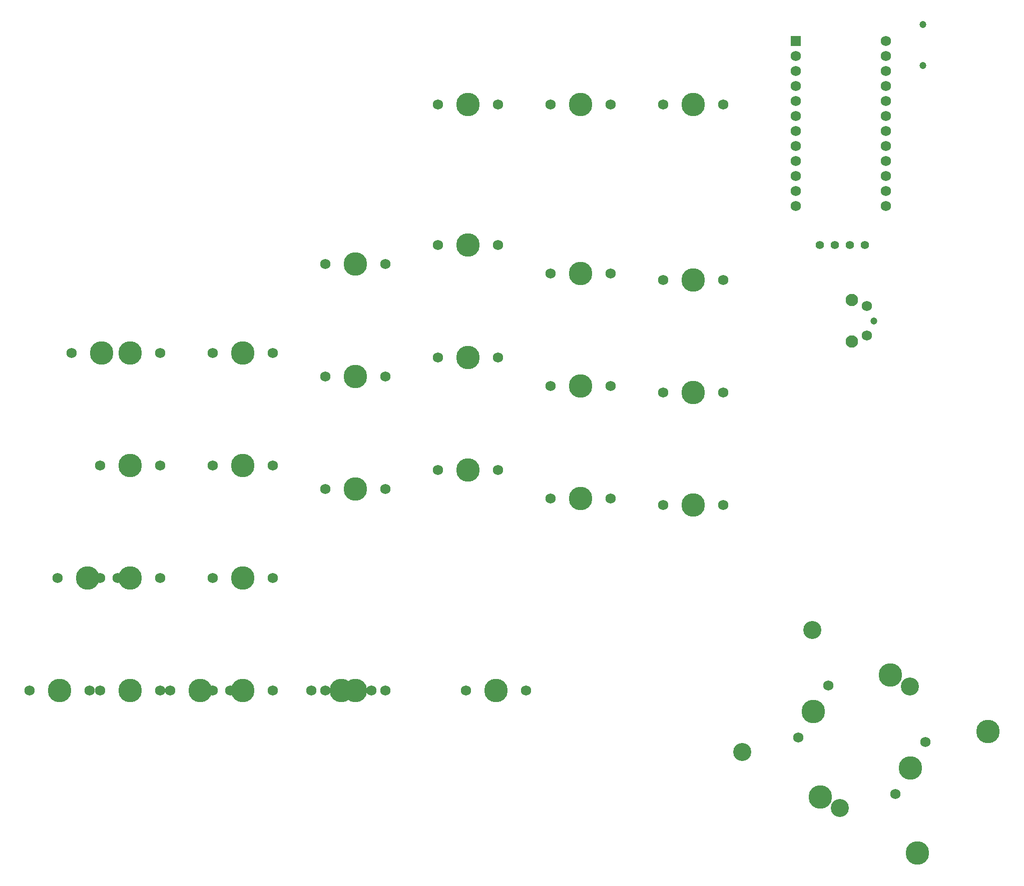
<source format=gts>
G04 #@! TF.GenerationSoftware,KiCad,Pcbnew,5.1.10*
G04 #@! TF.CreationDate,2022-03-09T15:21:35-05:00*
G04 #@! TF.ProjectId,bourbondox2_left,626f7572-626f-46e6-946f-78325f6c6566,rev?*
G04 #@! TF.SameCoordinates,Original*
G04 #@! TF.FileFunction,Soldermask,Top*
G04 #@! TF.FilePolarity,Negative*
%FSLAX46Y46*%
G04 Gerber Fmt 4.6, Leading zero omitted, Abs format (unit mm)*
G04 Created by KiCad (PCBNEW 5.1.10) date 2022-03-09 15:21:35*
%MOMM*%
%LPD*%
G01*
G04 APERTURE LIST*
%ADD10C,3.987800*%
%ADD11C,1.750000*%
%ADD12C,3.048000*%
%ADD13C,1.752600*%
%ADD14R,1.752600X1.752600*%
%ADD15C,1.200000*%
%ADD16C,2.100000*%
%ADD17C,1.397000*%
G04 APERTURE END LIST*
D10*
G04 #@! TO.C,MX42_2*
X145239290Y-132561100D03*
D11*
X140159290Y-132561100D03*
X150319290Y-132561100D03*
G04 #@! TD*
D10*
G04 #@! TO.C,MX41_2*
X121426790Y-132561100D03*
D11*
X116346790Y-132561100D03*
X126506790Y-132561100D03*
G04 #@! TD*
D10*
G04 #@! TO.C,MX40_2*
X97614290Y-132561100D03*
D11*
X92534290Y-132561100D03*
X102694290Y-132561100D03*
G04 #@! TD*
D10*
G04 #@! TO.C,MX30_2*
X102381050Y-113515140D03*
D11*
X97301050Y-113515140D03*
X107461050Y-113515140D03*
G04 #@! TD*
D10*
G04 #@! TO.C,MX10_2*
X104762300Y-75415140D03*
D11*
X99682300Y-75415140D03*
X109842300Y-75415140D03*
G04 #@! TD*
D10*
G04 #@! TO.C,MX45*
X241572911Y-145658475D03*
D11*
X239032911Y-150057884D03*
X244112911Y-141259066D03*
D12*
X229570599Y-152477090D03*
X241476849Y-131854860D03*
D10*
X242768826Y-160097090D03*
X254675076Y-139474860D03*
G04 #@! TD*
G04 #@! TO.C,MX44*
X225075127Y-136133474D03*
D11*
X222535127Y-140532883D03*
X227615127Y-131734065D03*
D12*
X213072815Y-142952089D03*
X224979065Y-122329859D03*
D10*
X226271042Y-150572089D03*
X238177292Y-129949859D03*
G04 #@! TD*
G04 #@! TO.C,MX43*
X171433040Y-132561100D03*
D11*
X166353040Y-132561100D03*
X176513040Y-132561100D03*
G04 #@! TD*
D13*
G04 #@! TO.C,U1*
X237410000Y-22542500D03*
X222170000Y-50482500D03*
X237410000Y-25082500D03*
X237410000Y-27622500D03*
X237410000Y-30162500D03*
X237410000Y-32702500D03*
X237410000Y-35242500D03*
X237410000Y-37782500D03*
X237410000Y-40322500D03*
X237410000Y-42862500D03*
X237410000Y-45402500D03*
X237410000Y-47942500D03*
X237410000Y-50482500D03*
X222170000Y-47942500D03*
X222170000Y-45402500D03*
X222170000Y-42862500D03*
X222170000Y-40322500D03*
X222170000Y-37782500D03*
X222170000Y-35242500D03*
X222170000Y-32702500D03*
X222170000Y-30162500D03*
X222170000Y-27622500D03*
X222170000Y-25082500D03*
D14*
X222170000Y-22542500D03*
G04 #@! TD*
D15*
G04 #@! TO.C,SW1*
X235366250Y-69968750D03*
D16*
X231666250Y-66468750D03*
D11*
X234156250Y-67468750D03*
X234156250Y-72468750D03*
D16*
X231666250Y-73478750D03*
G04 #@! TD*
D17*
G04 #@! TO.C,OL1*
X233838750Y-57150000D03*
X231298750Y-57150000D03*
X228758750Y-57150000D03*
X226218750Y-57150000D03*
G04 #@! TD*
D10*
G04 #@! TO.C,MX42*
X147620540Y-132561100D03*
D11*
X152700540Y-132561100D03*
X142540540Y-132561100D03*
G04 #@! TD*
D10*
G04 #@! TO.C,MX41*
X128570540Y-132561100D03*
D11*
X123490540Y-132561100D03*
X133650540Y-132561100D03*
G04 #@! TD*
D10*
G04 #@! TO.C,MX40*
X109520540Y-132561100D03*
D11*
X104440540Y-132561100D03*
X114600540Y-132561100D03*
G04 #@! TD*
D10*
G04 #@! TO.C,MX35*
X204787500Y-101125520D03*
D11*
X199707500Y-101125520D03*
X209867500Y-101125520D03*
G04 #@! TD*
D10*
G04 #@! TO.C,MX34*
X185737500Y-100045520D03*
D11*
X180657500Y-100045520D03*
X190817500Y-100045520D03*
G04 #@! TD*
D10*
G04 #@! TO.C,MX33*
X166687500Y-95250000D03*
D11*
X161607500Y-95250000D03*
X171767500Y-95250000D03*
G04 #@! TD*
D10*
G04 #@! TO.C,MX32*
X147637500Y-98425000D03*
D11*
X142557500Y-98425000D03*
X152717500Y-98425000D03*
G04 #@! TD*
D10*
G04 #@! TO.C,MX31*
X128574800Y-113515140D03*
D11*
X123494800Y-113515140D03*
X133654800Y-113515140D03*
G04 #@! TD*
D10*
G04 #@! TO.C,MX30*
X109524800Y-113515140D03*
D11*
X104444800Y-113515140D03*
X114604800Y-113515140D03*
G04 #@! TD*
D10*
G04 #@! TO.C,MX25*
X204787500Y-82075520D03*
D11*
X199707500Y-82075520D03*
X209867500Y-82075520D03*
G04 #@! TD*
D10*
G04 #@! TO.C,MX24*
X185737500Y-80995520D03*
D11*
X180657500Y-80995520D03*
X190817500Y-80995520D03*
G04 #@! TD*
D10*
G04 #@! TO.C,MX23*
X166687500Y-76200000D03*
D11*
X161607500Y-76200000D03*
X171767500Y-76200000D03*
G04 #@! TD*
D10*
G04 #@! TO.C,MX22*
X147637500Y-79375000D03*
D11*
X142557500Y-79375000D03*
X152717500Y-79375000D03*
G04 #@! TD*
D10*
G04 #@! TO.C,MX21*
X128574800Y-94465140D03*
D11*
X123494800Y-94465140D03*
X133654800Y-94465140D03*
G04 #@! TD*
D10*
G04 #@! TO.C,MX20*
X109524800Y-94465140D03*
D11*
X104444800Y-94465140D03*
X114604800Y-94465140D03*
G04 #@! TD*
D10*
G04 #@! TO.C,MX15*
X204787500Y-63025520D03*
D11*
X199707500Y-63025520D03*
X209867500Y-63025520D03*
G04 #@! TD*
D10*
G04 #@! TO.C,MX14*
X185737500Y-61945520D03*
D11*
X180657500Y-61945520D03*
X190817500Y-61945520D03*
G04 #@! TD*
D10*
G04 #@! TO.C,MX13*
X166687500Y-57150000D03*
D11*
X161607500Y-57150000D03*
X171767500Y-57150000D03*
G04 #@! TD*
D10*
G04 #@! TO.C,MX12*
X147637500Y-60325000D03*
D11*
X142557500Y-60325000D03*
X152717500Y-60325000D03*
G04 #@! TD*
D10*
G04 #@! TO.C,MX11*
X128574800Y-75415140D03*
D11*
X123494800Y-75415140D03*
X133654800Y-75415140D03*
G04 #@! TD*
D10*
G04 #@! TO.C,MX10*
X109524800Y-75415140D03*
D11*
X114604800Y-75415140D03*
X104444800Y-75415140D03*
G04 #@! TD*
D10*
G04 #@! TO.C,MX05*
X204787500Y-33337500D03*
D11*
X199707500Y-33337500D03*
X209867500Y-33337500D03*
G04 #@! TD*
D10*
G04 #@! TO.C,MX04*
X185737500Y-33337500D03*
D11*
X180657500Y-33337500D03*
X190817500Y-33337500D03*
G04 #@! TD*
D10*
G04 #@! TO.C,MX03*
X166687500Y-33337500D03*
D11*
X161607500Y-33337500D03*
X171767500Y-33337500D03*
G04 #@! TD*
D15*
G04 #@! TO.C,J1*
X243681250Y-26756250D03*
X243681250Y-19756250D03*
G04 #@! TD*
M02*

</source>
